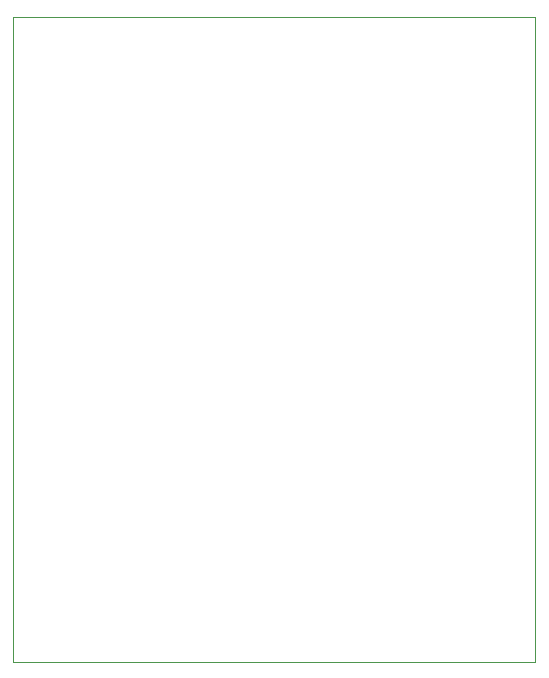
<source format=gbr>
%TF.GenerationSoftware,KiCad,Pcbnew,(5.1.6)-1*%
%TF.CreationDate,2021-03-31T20:23:18+03:00*%
%TF.ProjectId,reflow_oven,7265666c-6f77-45f6-9f76-656e2e6b6963,rev?*%
%TF.SameCoordinates,Original*%
%TF.FileFunction,Profile,NP*%
%FSLAX46Y46*%
G04 Gerber Fmt 4.6, Leading zero omitted, Abs format (unit mm)*
G04 Created by KiCad (PCBNEW (5.1.6)-1) date 2021-03-31 20:23:18*
%MOMM*%
%LPD*%
G01*
G04 APERTURE LIST*
%TA.AperFunction,Profile*%
%ADD10C,0.050000*%
%TD*%
G04 APERTURE END LIST*
D10*
X28702000Y-51054000D02*
X72898000Y-51054000D01*
X72898000Y-105664000D02*
X72898000Y-51054000D01*
X28702000Y-105664000D02*
X72898000Y-105664000D01*
X28702000Y-51054000D02*
X28702000Y-105664000D01*
M02*

</source>
